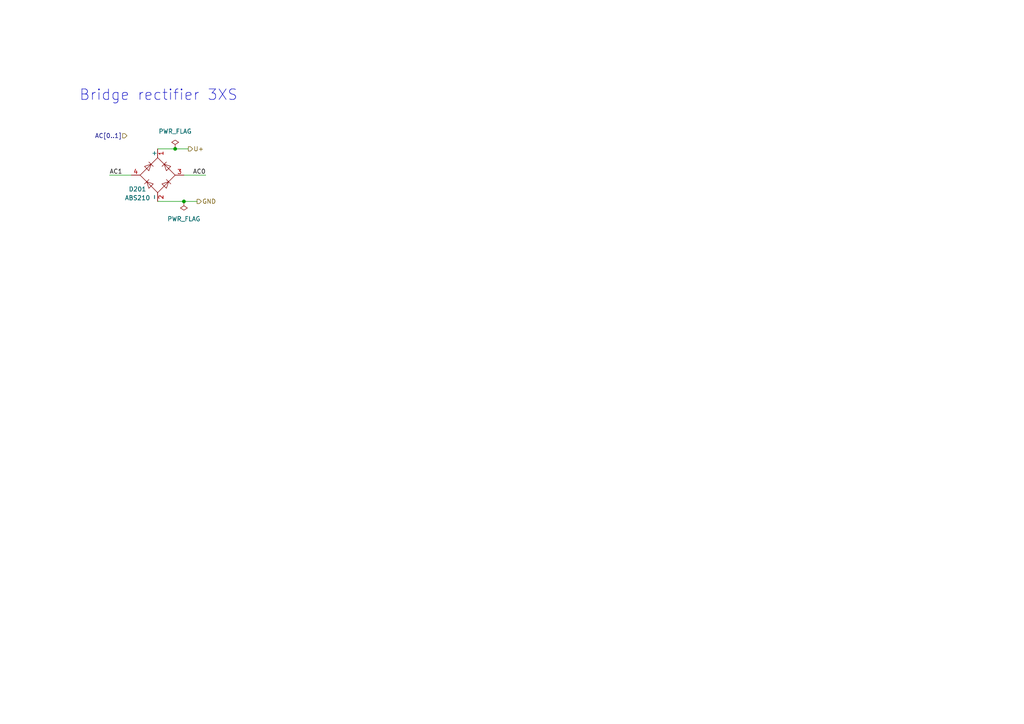
<source format=kicad_sch>
(kicad_sch (version 20231120) (generator "eeschema") (generator_version "8.0")
  (paper "A4")
  (title_block (title "xDuinoRail - RailcomDecoder - Development Kit \"Hermes\"") (date "2026-01-11") (rev "v1.0a") (company "Chatelain Engineering, Bern - CH"))
  (lib_symbols
    (symbol "Diode_Bridge:ABS10" (pin_names (offset 0))
      (property "Reference" "D" (at 2.54 6.985 0))
      (property "Value" "ABS10" (at 2.54 5.08 0))
      (symbol "ABS10_0_1"
        (polyline (pts (xy -2.54 3.81) (xy -1.27 2.54)))
        (polyline (pts (xy -1.27 -2.54) (xy -2.54 -3.81)))
        (polyline (pts (xy 2.54 -1.27) (xy 3.81 -2.54)))
        (polyline (pts (xy 2.54 1.27) (xy 3.81 2.54)))
        (polyline (pts (xy -3.81 2.54) (xy -2.54 1.27) (xy -1.905 3.175) (xy -3.81 2.54)))
        (polyline (pts (xy -2.54 -1.27) (xy -3.81 -2.54) (xy -1.905 -3.175) (xy -2.54 -1.27)))
        (polyline (pts (xy 1.27 2.54) (xy 2.54 3.81) (xy 3.175 1.905) (xy 1.27 2.54)))
        (polyline (pts (xy 3.175 -1.905) (xy 1.27 -2.54) (xy 2.54 -3.81) (xy 3.175 -1.905)))
        (polyline (pts (xy -5.08 0) (xy 0 -5.08) (xy 5.08 0) (xy 0 5.08) (xy -5.08 0)))
      )
      (symbol "ABS10_1_1"
        (pin passive line (at 7.62 0 180) (length 2.54) (name "+") (number "1"))
        (pin passive line (at -7.62 0 0) (length 2.54) (name "-") (number "2"))
        (pin passive line (at 0 -7.62 90) (length 2.54) (name "~") (number "3"))
        (pin passive line (at 0 7.62 270) (length 2.54) (name "~") (number "4"))
      )
    )
    (symbol "power:PWR_FLAG" (power) (pin_numbers hide) (pin_names (offset 0) hide)
      (property "Value" "PWR_FLAG" (at 0 3.81 0))
      (symbol "PWR_FLAG_0_0"
        (pin power_out line (at 0 0 90) (length 0) (name "~") (number "1"))
      )
      (symbol "PWR_FLAG_0_1"
        (polyline (pts (xy 0 0) (xy 0 1.27) (xy -1.016 1.905) (xy 0 2.54) (xy 1.016 1.905) (xy 0 1.27)))
      )
    )
  )
  (junction (at 50.8 43.18))
  (junction (at 53.34 58.42))
  (wire (pts (xy 45.72 58.42) (xy 53.34 58.42)))
  (wire (pts (xy 50.8 43.18) (xy 54.61 43.18)))
  (wire (pts (xy 45.72 43.18) (xy 50.8 43.18)))
  (wire (pts (xy 59.69 50.8) (xy 53.34 50.8)))
  (wire (pts (xy 31.75 50.8) (xy 38.1 50.8)))
  (wire (pts (xy 53.34 58.42) (xy 57.15 58.42)))
  (text "Bridge rectifier 3XS" (at 45.974 27.686 0) (effects (font (size 3.048 3.048))))
  (label "AC1" (at 31.75 50.8 0))
  (label "AC0" (at 59.69 50.8 180))
  (hierarchical_label "GND" (shape output) (at 57.15 58.42 0))
  (hierarchical_label "U+" (shape output) (at 54.61 43.18 0))
  (hierarchical_label "AC[0..1]" (shape input) (at 36.83 39.37 180))
  (symbol (lib_id "power:PWR_FLAG") (at 53.34 58.42 180) (unit 1)
    (property "Reference" "#FLG0202" (effects (hide yes)))
    (property "Value" "PWR_FLAG" (at 53.34 63.5 0))
    (property "Description" "Special symbol for telling ERC where power comes from" (effects (hide yes)))
    (instances (project "rails_power_ac-dc-bridge-medium-3xs-test" (path "" (reference "#FLG0202") (unit 1))) (project "xDuinoRails-Thor-M" (path "" (reference "#FLG202") (unit 1))))
  )
  (symbol (lib_id "power:PWR_FLAG") (at 50.8 43.18 0) (unit 1)
    (property "Reference" "#FLG0201" (effects (hide yes)))
    (property "Value" "PWR_FLAG" (at 50.8 38.1 0))
    (property "Description" "Special symbol for telling ERC where power comes from" (effects (hide yes)))
    (instances (project "rails_power_ac-dc-bridge-medium-3xs-test" (path "" (reference "#FLG0201") (unit 1))) (project "xDuinoRails-Thor-M" (path "" (reference "#FLG201") (unit 1))))
  )
  (symbol (lib_id "Diode_Bridge:ABS10") (at 45.72 50.8 90) (unit 1)
    (property "Reference" "D201" (at 39.878 54.864 90))
    (property "Value" "ABS210" (at 39.878 57.404 90))
    (property "Footprint" "Diode_SMD:Diode_Bridge_Diotec_ABS" (effects (hide yes)))
    (property "OLI_ID" "ABS210_ABS" (effects (hide yes)))
  )
)
</source>
